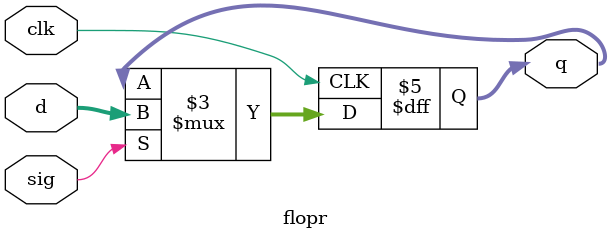
<source format=v>
module flopr(clk, sig, d, q);
    parameter width=32;
    input clk;
    input sig;
    input [width-1:0] d;
    output reg [width-1:0] q;

    always @(negedge clk)
        if (sig==1)
            q <= d;
endmodule
</source>
